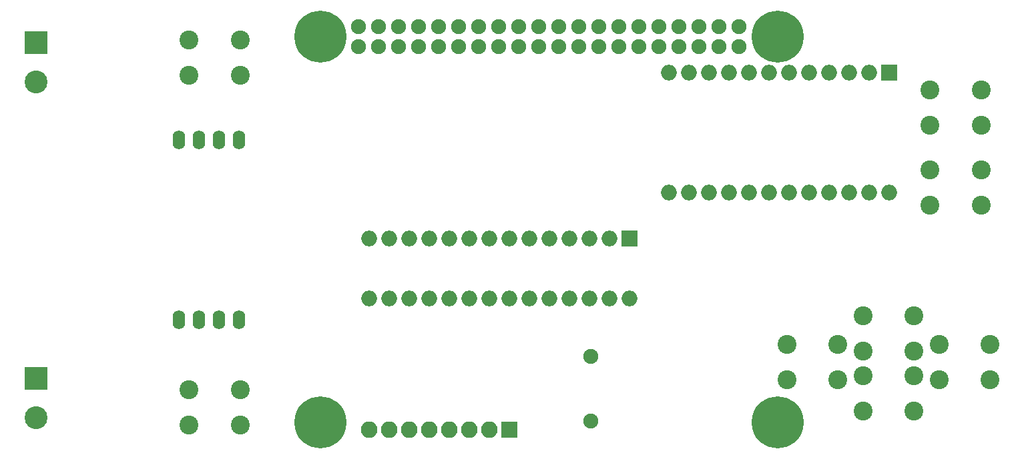
<source format=gbr>
G04 #@! TF.FileFunction,Soldermask,Bot*
%FSLAX46Y46*%
G04 Gerber Fmt 4.6, Leading zero omitted, Abs format (unit mm)*
G04 Created by KiCad (PCBNEW 4.0.6) date 07/08/17 15:03:49*
%MOMM*%
%LPD*%
G01*
G04 APERTURE LIST*
%ADD10C,0.100000*%
%ADD11R,2.000000X2.000000*%
%ADD12O,2.000000X2.000000*%
%ADD13O,1.600000X2.400000*%
%ADD14O,1.900000X1.900000*%
%ADD15C,6.600000*%
%ADD16R,2.100000X2.100000*%
%ADD17O,2.100000X2.100000*%
%ADD18R,2.900000X2.900000*%
%ADD19C,2.900000*%
%ADD20C,2.400000*%
G04 APERTURE END LIST*
D10*
D11*
X191643000Y-109601000D03*
D12*
X163703000Y-124841000D03*
X189103000Y-109601000D03*
X166243000Y-124841000D03*
X186563000Y-109601000D03*
X168783000Y-124841000D03*
X184023000Y-109601000D03*
X171323000Y-124841000D03*
X181483000Y-109601000D03*
X173863000Y-124841000D03*
X178943000Y-109601000D03*
X176403000Y-124841000D03*
X176403000Y-109601000D03*
X178943000Y-124841000D03*
X173863000Y-109601000D03*
X181483000Y-124841000D03*
X171323000Y-109601000D03*
X184023000Y-124841000D03*
X168783000Y-109601000D03*
X186563000Y-124841000D03*
X166243000Y-109601000D03*
X189103000Y-124841000D03*
X163703000Y-109601000D03*
X191643000Y-124841000D03*
D13*
X109220000Y-140970000D03*
X109220000Y-118110000D03*
X106680000Y-140970000D03*
X106680000Y-118110000D03*
X104140000Y-140970000D03*
X104140000Y-118110000D03*
X101600000Y-140970000D03*
X101600000Y-118110000D03*
D14*
X124371100Y-106273600D03*
X124371100Y-103733600D03*
X126911100Y-106273600D03*
X126911100Y-103733600D03*
X129451100Y-106273600D03*
X129451100Y-103733600D03*
X131991100Y-106273600D03*
X131991100Y-103733600D03*
X134531100Y-106273600D03*
X134531100Y-103733600D03*
X137071100Y-106273600D03*
X137071100Y-103733600D03*
X139611100Y-106273600D03*
X139611100Y-103733600D03*
X142151100Y-106273600D03*
X142151100Y-103733600D03*
X144691100Y-106273600D03*
X144691100Y-103733600D03*
X147231100Y-106273600D03*
X147231100Y-103733600D03*
X149771100Y-106273600D03*
X149771100Y-103733600D03*
X152311100Y-106273600D03*
X152311100Y-103733600D03*
X154851100Y-106273600D03*
X154851100Y-103733600D03*
X157391100Y-106273600D03*
X157391100Y-103733600D03*
X159931100Y-106273600D03*
X159931100Y-103733600D03*
X162471100Y-106273600D03*
X162471100Y-103733600D03*
X165011100Y-106273600D03*
X165011100Y-103733600D03*
X167551100Y-106273600D03*
X167551100Y-103733600D03*
X170091100Y-106273600D03*
X170091100Y-103733600D03*
X172631100Y-106273600D03*
X172631100Y-103733600D03*
D15*
X177501100Y-105003600D03*
X119501100Y-105003600D03*
X119501100Y-154003600D03*
X177501100Y-154003600D03*
D16*
X143510000Y-154940000D03*
D17*
X140970000Y-154940000D03*
X138430000Y-154940000D03*
X135890000Y-154940000D03*
X133350000Y-154940000D03*
X130810000Y-154940000D03*
X128270000Y-154940000D03*
X125730000Y-154940000D03*
D18*
X83439000Y-148463000D03*
D19*
X83439000Y-153463000D03*
D18*
X83439000Y-105791000D03*
D19*
X83439000Y-110791000D03*
D20*
X196850000Y-116260000D03*
X196850000Y-111760000D03*
X203350000Y-116260000D03*
X203350000Y-111760000D03*
X196850000Y-126420000D03*
X196850000Y-121920000D03*
X203350000Y-126420000D03*
X203350000Y-121920000D03*
X102870000Y-109910000D03*
X102870000Y-105410000D03*
X109370000Y-109910000D03*
X109370000Y-105410000D03*
X197993000Y-148645000D03*
X197993000Y-144145000D03*
X204493000Y-148645000D03*
X204493000Y-144145000D03*
X188341000Y-152582000D03*
X188341000Y-148082000D03*
X194841000Y-152582000D03*
X194841000Y-148082000D03*
X188341000Y-144962000D03*
X188341000Y-140462000D03*
X194841000Y-144962000D03*
X194841000Y-140462000D03*
X178689000Y-148645000D03*
X178689000Y-144145000D03*
X185189000Y-148645000D03*
X185189000Y-144145000D03*
X102870000Y-154360000D03*
X102870000Y-149860000D03*
X109370000Y-154360000D03*
X109370000Y-149860000D03*
D14*
X153797000Y-145633000D03*
X153797000Y-153833000D03*
D11*
X158750000Y-130683000D03*
D12*
X125730000Y-138303000D03*
X156210000Y-130683000D03*
X128270000Y-138303000D03*
X153670000Y-130683000D03*
X130810000Y-138303000D03*
X151130000Y-130683000D03*
X133350000Y-138303000D03*
X148590000Y-130683000D03*
X135890000Y-138303000D03*
X146050000Y-130683000D03*
X138430000Y-138303000D03*
X143510000Y-130683000D03*
X140970000Y-138303000D03*
X140970000Y-130683000D03*
X143510000Y-138303000D03*
X138430000Y-130683000D03*
X146050000Y-138303000D03*
X135890000Y-130683000D03*
X148590000Y-138303000D03*
X133350000Y-130683000D03*
X151130000Y-138303000D03*
X130810000Y-130683000D03*
X153670000Y-138303000D03*
X128270000Y-130683000D03*
X156210000Y-138303000D03*
X125730000Y-130683000D03*
X158750000Y-138303000D03*
M02*

</source>
